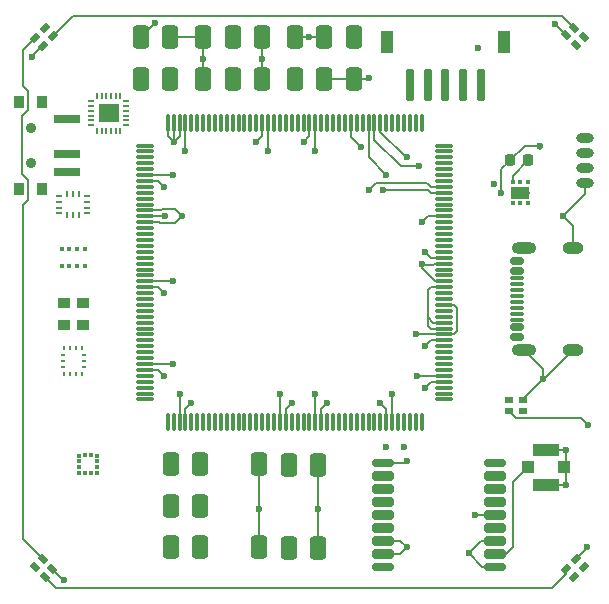
<source format=gbr>
%TF.GenerationSoftware,KiCad,Pcbnew,9.0.1-9.0.1-0~ubuntu24.04.1*%
%TF.CreationDate,2025-06-01T18:05:04-05:00*%
%TF.ProjectId,FC,46432e6b-6963-4616-945f-706362585858,rev?*%
%TF.SameCoordinates,Original*%
%TF.FileFunction,Copper,L1,Top*%
%TF.FilePolarity,Positive*%
%FSLAX46Y46*%
G04 Gerber Fmt 4.6, Leading zero omitted, Abs format (unit mm)*
G04 Created by KiCad (PCBNEW 9.0.1-9.0.1-0~ubuntu24.04.1) date 2025-06-01 18:05:04*
%MOMM*%
%LPD*%
G01*
G04 APERTURE LIST*
G04 Aperture macros list*
%AMRoundRect*
0 Rectangle with rounded corners*
0 $1 Rounding radius*
0 $2 $3 $4 $5 $6 $7 $8 $9 X,Y pos of 4 corners*
0 Add a 4 corners polygon primitive as box body*
4,1,4,$2,$3,$4,$5,$6,$7,$8,$9,$2,$3,0*
0 Add four circle primitives for the rounded corners*
1,1,$1+$1,$2,$3*
1,1,$1+$1,$4,$5*
1,1,$1+$1,$6,$7*
1,1,$1+$1,$8,$9*
0 Add four rect primitives between the rounded corners*
20,1,$1+$1,$2,$3,$4,$5,0*
20,1,$1+$1,$4,$5,$6,$7,0*
20,1,$1+$1,$6,$7,$8,$9,0*
20,1,$1+$1,$8,$9,$2,$3,0*%
%AMRotRect*
0 Rectangle, with rotation*
0 The origin of the aperture is its center*
0 $1 length*
0 $2 width*
0 $3 Rotation angle, in degrees counterclockwise*
0 Add horizontal line*
21,1,$1,$2,0,0,$3*%
G04 Aperture macros list end*
%TA.AperFunction,SMDPad,CuDef*%
%ADD10RotRect,0.762000X0.508000X135.000000*%
%TD*%
%TA.AperFunction,SMDPad,CuDef*%
%ADD11RoundRect,0.093750X0.106250X-0.093750X0.106250X0.093750X-0.106250X0.093750X-0.106250X-0.093750X0*%
%TD*%
%TA.AperFunction,HeatsinkPad*%
%ADD12C,0.500000*%
%TD*%
%TA.AperFunction,HeatsinkPad*%
%ADD13R,1.600000X1.000000*%
%TD*%
%TA.AperFunction,SMDPad,CuDef*%
%ADD14R,2.209800X0.762000*%
%TD*%
%TA.AperFunction,SMDPad,CuDef*%
%ADD15C,0.889000*%
%TD*%
%TA.AperFunction,SMDPad,CuDef*%
%ADD16R,0.812800X0.990600*%
%TD*%
%TA.AperFunction,SMDPad,CuDef*%
%ADD17RoundRect,0.350000X-0.350000X-0.650000X0.350000X-0.650000X0.350000X0.650000X-0.350000X0.650000X0*%
%TD*%
%TA.AperFunction,SMDPad,CuDef*%
%ADD18R,0.350000X0.350000*%
%TD*%
%TA.AperFunction,SMDPad,CuDef*%
%ADD19R,1.050000X1.000000*%
%TD*%
%TA.AperFunction,SMDPad,CuDef*%
%ADD20R,2.200000X1.050000*%
%TD*%
%TA.AperFunction,SMDPad,CuDef*%
%ADD21R,0.475000X0.250000*%
%TD*%
%TA.AperFunction,SMDPad,CuDef*%
%ADD22R,0.250000X0.475000*%
%TD*%
%TA.AperFunction,SMDPad,CuDef*%
%ADD23RoundRect,0.075000X-0.675000X-0.075000X0.675000X-0.075000X0.675000X0.075000X-0.675000X0.075000X0*%
%TD*%
%TA.AperFunction,SMDPad,CuDef*%
%ADD24RoundRect,0.075000X-0.075000X-0.675000X0.075000X-0.675000X0.075000X0.675000X-0.075000X0.675000X0*%
%TD*%
%TA.AperFunction,SMDPad,CuDef*%
%ADD25RoundRect,0.175000X0.175000X1.175000X-0.175000X1.175000X-0.175000X-1.175000X0.175000X-1.175000X0*%
%TD*%
%TA.AperFunction,SMDPad,CuDef*%
%ADD26RoundRect,0.250000X0.300000X0.700000X-0.300000X0.700000X-0.300000X-0.700000X0.300000X-0.700000X0*%
%TD*%
%TA.AperFunction,SMDPad,CuDef*%
%ADD27RotRect,0.762000X0.508000X45.000000*%
%TD*%
%TA.AperFunction,SMDPad,CuDef*%
%ADD28RoundRect,0.350000X0.350000X0.650000X-0.350000X0.650000X-0.350000X-0.650000X0.350000X-0.650000X0*%
%TD*%
%TA.AperFunction,SMDPad,CuDef*%
%ADD29R,0.762000X0.508000*%
%TD*%
%TA.AperFunction,SMDPad,CuDef*%
%ADD30RoundRect,0.225000X-0.225000X-0.250000X0.225000X-0.250000X0.225000X0.250000X-0.225000X0.250000X0*%
%TD*%
%TA.AperFunction,SMDPad,CuDef*%
%ADD31RoundRect,0.175000X-0.725000X-0.175000X0.725000X-0.175000X0.725000X0.175000X-0.725000X0.175000X0*%
%TD*%
%TA.AperFunction,SMDPad,CuDef*%
%ADD32RoundRect,0.200000X-0.700000X-0.200000X0.700000X-0.200000X0.700000X0.200000X-0.700000X0.200000X0*%
%TD*%
%TA.AperFunction,SMDPad,CuDef*%
%ADD33RoundRect,0.150000X0.425000X-0.150000X0.425000X0.150000X-0.425000X0.150000X-0.425000X-0.150000X0*%
%TD*%
%TA.AperFunction,SMDPad,CuDef*%
%ADD34RoundRect,0.075000X0.500000X-0.075000X0.500000X0.075000X-0.500000X0.075000X-0.500000X-0.075000X0*%
%TD*%
%TA.AperFunction,HeatsinkPad*%
%ADD35O,2.100000X1.000000*%
%TD*%
%TA.AperFunction,HeatsinkPad*%
%ADD36O,1.800000X1.000000*%
%TD*%
%TA.AperFunction,SMDPad,CuDef*%
%ADD37R,1.016000X0.838200*%
%TD*%
%TA.AperFunction,SMDPad,CuDef*%
%ADD38RotRect,0.762000X0.508000X315.000000*%
%TD*%
%TA.AperFunction,SMDPad,CuDef*%
%ADD39R,0.558800X0.203200*%
%TD*%
%TA.AperFunction,SMDPad,CuDef*%
%ADD40R,0.203200X0.558800*%
%TD*%
%TA.AperFunction,SMDPad,CuDef*%
%ADD41R,1.752600X1.600200*%
%TD*%
%TA.AperFunction,SMDPad,CuDef*%
%ADD42R,0.254000X0.431800*%
%TD*%
%TA.AperFunction,SMDPad,CuDef*%
%ADD43R,0.431800X0.254000*%
%TD*%
%TA.AperFunction,SMDPad,CuDef*%
%ADD44O,1.500000X0.800000*%
%TD*%
%TA.AperFunction,SMDPad,CuDef*%
%ADD45RotRect,0.762000X0.508000X225.000000*%
%TD*%
%TA.AperFunction,SMDPad,CuDef*%
%ADD46R,0.375000X0.350000*%
%TD*%
%TA.AperFunction,SMDPad,CuDef*%
%ADD47R,0.350000X0.375000*%
%TD*%
%TA.AperFunction,ViaPad*%
%ADD48C,0.600000*%
%TD*%
%TA.AperFunction,Conductor*%
%ADD49C,0.200000*%
%TD*%
G04 APERTURE END LIST*
D10*
%TO.P,U14,4,GND*%
%TO.N,GND*%
X151759517Y-97431269D03*
%TO.P,U14,3,DOUT*%
%TO.N,Net-(U12-DIN)*%
X152431269Y-96759517D03*
%TO.P,U14,2,VDD*%
%TO.N,+5V*%
X153240483Y-97568731D03*
%TO.P,U14,1,DIN*%
%TO.N,Net-(U14-DIN)*%
X152568731Y-98240483D03*
%TD*%
D11*
%TO.P,U1,1,OUT*%
%TO.N,Net-(U1-OUT)*%
X192200000Y-66637500D03*
%TO.P,U1,2,SNS*%
%TO.N,+3.3V*%
X192850000Y-66637500D03*
%TO.P,U1,3,GND*%
%TO.N,GND*%
X193500000Y-66637500D03*
%TO.P,U1,4,EN*%
%TO.N,unconnected-(U1-EN-Pad4)*%
X193500000Y-64862500D03*
%TO.P,U1,5,GND*%
%TO.N,GND*%
X192850000Y-64862500D03*
%TO.P,U1,6,IN*%
%TO.N,Net-(U1-IN)*%
X192200000Y-64862500D03*
D12*
%TO.P,U1,7,PAD*%
%TO.N,GND*%
X192300000Y-65750000D03*
D13*
X192850000Y-65750000D03*
D12*
X193400000Y-65750000D03*
%TD*%
D14*
%TO.P,U17,1,1*%
%TO.N,GND*%
X154500000Y-59499998D03*
%TO.P,U17,2,2*%
%TO.N,Net-(R8-Pad1)*%
X154500000Y-62500000D03*
%TO.P,U17,3,3*%
%TO.N,+3.3V*%
X154500000Y-64000000D03*
D15*
%TO.P,U17,4*%
%TO.N,N/C*%
X151399300Y-60250009D03*
%TO.P,U17,5*%
X151399300Y-63250009D03*
D16*
%TO.P,U17,6*%
X150434300Y-58099999D03*
%TO.P,U17,7*%
X152364300Y-58099999D03*
%TO.P,U17,8*%
X150434300Y-65399999D03*
%TO.P,U17,9*%
X152364300Y-65399999D03*
%TD*%
D17*
%TO.P,J17,1,Pin_1*%
%TO.N,/EXT_UART_MOSI*%
X163250000Y-88750000D03*
%TD*%
%TO.P,J11,1,Pin_1*%
%TO.N,+3.3V*%
X171000000Y-56100000D03*
%TD*%
%TO.P,J19,1,Pin_1*%
%TO.N,GND*%
X163250000Y-92250000D03*
%TD*%
D18*
%TO.P,U5,1,GND*%
%TO.N,GND*%
X155975000Y-71975000D03*
%TO.P,U5,2,CSB*%
X155325000Y-71975000D03*
%TO.P,U5,3,SDI*%
%TO.N,BARO_MOSI*%
X154675000Y-71975000D03*
%TO.P,U5,4,SCK*%
%TO.N,BARO_SCL*%
X154025000Y-71975000D03*
%TO.P,U5,5,SDO*%
%TO.N,BARO_MISO*%
X154025000Y-70525000D03*
%TO.P,U5,6,VDDIO*%
%TO.N,+3.3V*%
X154675000Y-70525000D03*
%TO.P,U5,7,GND__1*%
%TO.N,GND*%
X155325000Y-70525000D03*
%TO.P,U5,8,VDD*%
%TO.N,+3.3V*%
X155975000Y-70525000D03*
%TD*%
D19*
%TO.P,J3,1*%
%TO.N,Net-(U9-RF_IN)*%
X193475000Y-89000000D03*
D20*
%TO.P,J3,S1*%
%TO.N,GND*%
X195000000Y-90475000D03*
D19*
%TO.P,J3,S2*%
X196525000Y-89000000D03*
D20*
%TO.P,J3,S3*%
X195000000Y-87525000D03*
%TD*%
D21*
%TO.P,U4,1,AP_SDO/AP_AD0*%
%TO.N,IMU2_MISO*%
X156162500Y-67500000D03*
%TO.P,U4,2,MAS_DA*%
%TO.N,unconnected-(U4-MAS_DA-Pad2)*%
X156162500Y-67000000D03*
%TO.P,U4,3,MAS_CLK*%
%TO.N,unconnected-(U4-MAS_CLK-Pad3)*%
X156162500Y-66500000D03*
%TO.P,U4,4,INT1/INT*%
%TO.N,IMU2_INT*%
X156162500Y-66000000D03*
D22*
%TO.P,U4,5,VDDIO*%
%TO.N,+3.3V*%
X155500000Y-65837500D03*
%TO.P,U4,6,GND*%
%TO.N,GND*%
X155000000Y-65837500D03*
%TO.P,U4,7,RESV*%
X154500000Y-65837500D03*
D21*
%TO.P,U4,8,VDD*%
%TO.N,+3.3V*%
X153837500Y-66000000D03*
%TO.P,U4,9,INT2/FSYNC/CLKIN*%
%TO.N,FSYNC*%
X153837500Y-66500000D03*
%TO.P,U4,10,RESV/AUX1_CS*%
%TO.N,GND*%
X153837500Y-67000000D03*
%TO.P,U4,11,RESV/AUX1_SDO*%
X153837500Y-67500000D03*
D22*
%TO.P,U4,12,AP_CS*%
X154500000Y-67662500D03*
%TO.P,U4,13,AP_SCL/AP_SCLK*%
%TO.N,IMU2_SCL*%
X155000000Y-67662500D03*
%TO.P,U4,14,AP_SDI*%
%TO.N,IMU2_MOSI*%
X155500000Y-67662500D03*
%TD*%
D17*
%TO.P,J7,1,Pin_1*%
%TO.N,/EXT_VTX_IRC*%
X173750000Y-56100000D03*
%TD*%
D23*
%TO.P,U10,1,PE2*%
%TO.N,IMU2_SCL*%
X161075000Y-61750000D03*
%TO.P,U10,2,PE3*%
%TO.N,IMU2_INT*%
X161075000Y-62250000D03*
%TO.P,U10,3,PE4*%
%TO.N,unconnected-(U10-PE4-Pad3)*%
X161075000Y-62750000D03*
%TO.P,U10,4,PE5*%
%TO.N,IMU2_MISO*%
X161075000Y-63250000D03*
%TO.P,U10,5,PE6*%
%TO.N,IMU2_MOSI*%
X161075000Y-63750000D03*
%TO.P,U10,6,VSS*%
%TO.N,GND*%
X161075000Y-64250000D03*
%TO.P,U10,7,VDD*%
%TO.N,+3.3V*%
X161075000Y-64750000D03*
%TO.P,U10,8,VBAT*%
%TO.N,unconnected-(U10-VBAT-Pad8)*%
X161075000Y-65250000D03*
%TO.P,U10,9,PC13*%
%TO.N,unconnected-(U10-PC13-Pad9)*%
X161075000Y-65750000D03*
%TO.P,U10,10,PC14*%
%TO.N,unconnected-(U10-PC14-Pad10)*%
X161075000Y-66250000D03*
%TO.P,U10,11,PC15*%
%TO.N,unconnected-(U10-PC15-Pad11)*%
X161075000Y-66750000D03*
%TO.P,U10,12,VSS*%
%TO.N,GND*%
X161075000Y-67250000D03*
%TO.P,U10,13,VDD*%
%TO.N,+3.3V*%
X161075000Y-67750000D03*
%TO.P,U10,14,VSSSMPS*%
%TO.N,GND*%
X161075000Y-68250000D03*
%TO.P,U10,15,VLXSMPS*%
%TO.N,Net-(U10-VLXSMPS)*%
X161075000Y-68750000D03*
%TO.P,U10,16,VDDSMPS*%
%TO.N,+3.3V*%
X161075000Y-69250000D03*
%TO.P,U10,17,VFBSMPS*%
%TO.N,Net-(U10-VFBSMPS)*%
X161075000Y-69750000D03*
%TO.P,U10,18,PF0*%
%TO.N,unconnected-(U10-PF0-Pad18)*%
X161075000Y-70250000D03*
%TO.P,U10,19,PF1*%
%TO.N,unconnected-(U10-PF1-Pad19)*%
X161075000Y-70750000D03*
%TO.P,U10,20,PF2*%
%TO.N,unconnected-(U10-PF2-Pad20)*%
X161075000Y-71250000D03*
%TO.P,U10,21,PF3*%
%TO.N,unconnected-(U10-PF3-Pad21)*%
X161075000Y-71750000D03*
%TO.P,U10,22,PF4*%
%TO.N,unconnected-(U10-PF4-Pad22)*%
X161075000Y-72250000D03*
%TO.P,U10,23,PF5*%
%TO.N,unconnected-(U10-PF5-Pad23)*%
X161075000Y-72750000D03*
%TO.P,U10,24,VSS*%
%TO.N,GND*%
X161075000Y-73250000D03*
%TO.P,U10,25,VDD*%
%TO.N,+3.3V*%
X161075000Y-73750000D03*
%TO.P,U10,26,PF6*%
%TO.N,unconnected-(U10-PF6-Pad26)*%
X161075000Y-74250000D03*
%TO.P,U10,27,PF7*%
%TO.N,BARO_SCL*%
X161075000Y-74750000D03*
%TO.P,U10,28,PF8*%
%TO.N,BARO_MISO*%
X161075000Y-75250000D03*
%TO.P,U10,29,PF9*%
%TO.N,BARO_MOSI*%
X161075000Y-75750000D03*
%TO.P,U10,30,PF10*%
%TO.N,unconnected-(U10-PF10-Pad30)*%
X161075000Y-76250000D03*
%TO.P,U10,31,PH0*%
%TO.N,Net-(U10-PH0)*%
X161075000Y-76750000D03*
%TO.P,U10,32,PH1*%
%TO.N,unconnected-(U10-PH1-Pad32)*%
X161075000Y-77250000D03*
%TO.P,U10,33,NRST*%
%TO.N,/NRST*%
X161075000Y-77750000D03*
%TO.P,U10,34,PC0*%
%TO.N,IMU1_INT*%
X161075000Y-78250000D03*
%TO.P,U10,35,PC1*%
%TO.N,IMU1_MOSI*%
X161075000Y-78750000D03*
%TO.P,U10,36,PC2_C*%
%TO.N,IMU1_MISO*%
X161075000Y-79250000D03*
%TO.P,U10,37,PC3_C*%
%TO.N,unconnected-(U10-PC3_C-Pad37)*%
X161075000Y-79750000D03*
%TO.P,U10,38,VSSA*%
%TO.N,GND*%
X161075000Y-80250000D03*
%TO.P,U10,39,VREF+*%
%TO.N,+3.3V*%
X161075000Y-80750000D03*
%TO.P,U10,40,VDDA*%
X161075000Y-81250000D03*
%TO.P,U10,41,PA0*%
%TO.N,/EXT_UART_MOSI*%
X161075000Y-81750000D03*
%TO.P,U10,42,PA1*%
%TO.N,/EXT_UART_MISO*%
X161075000Y-82250000D03*
%TO.P,U10,43,PA2*%
%TO.N,unconnected-(U10-PA2-Pad43)*%
X161075000Y-82750000D03*
%TO.P,U10,44,VDD*%
%TO.N,+3.3V*%
X161075000Y-83250000D03*
D24*
%TO.P,U10,45,VSS*%
%TO.N,GND*%
X163000000Y-85175000D03*
%TO.P,U10,46,PA3*%
%TO.N,unconnected-(U10-PA3-Pad46)*%
X163500000Y-85175000D03*
%TO.P,U10,47,VSS*%
%TO.N,GND*%
X164000000Y-85175000D03*
%TO.P,U10,48,VDD*%
%TO.N,+3.3V*%
X164500000Y-85175000D03*
%TO.P,U10,49,PA4*%
%TO.N,IMU3_INT*%
X165000000Y-85175000D03*
%TO.P,U10,50,PA5*%
%TO.N,MAG_SCL*%
X165500000Y-85175000D03*
%TO.P,U10,51,PA6*%
%TO.N,MAG_MISO*%
X166000000Y-85175000D03*
%TO.P,U10,52,PA7*%
%TO.N,MAG_MOSI*%
X166500000Y-85175000D03*
%TO.P,U10,53,PC4*%
%TO.N,unconnected-(U10-PC4-Pad53)*%
X167000000Y-85175000D03*
%TO.P,U10,54,PC5*%
%TO.N,MAG_INT*%
X167500000Y-85175000D03*
%TO.P,U10,55,PB0*%
%TO.N,unconnected-(U10-PB0-Pad55)*%
X168000000Y-85175000D03*
%TO.P,U10,56,PB1*%
%TO.N,unconnected-(U10-PB1-Pad56)*%
X168500000Y-85175000D03*
%TO.P,U10,57,PB2*%
%TO.N,unconnected-(U10-PB2-Pad57)*%
X169000000Y-85175000D03*
%TO.P,U10,58,PF11*%
%TO.N,unconnected-(U10-PF11-Pad58)*%
X169500000Y-85175000D03*
%TO.P,U10,59,PF12*%
%TO.N,unconnected-(U10-PF12-Pad59)*%
X170000000Y-85175000D03*
%TO.P,U10,60,PF13*%
%TO.N,unconnected-(U10-PF13-Pad60)*%
X170500000Y-85175000D03*
%TO.P,U10,61,PF14*%
%TO.N,/EXT_I2C_SCL*%
X171000000Y-85175000D03*
%TO.P,U10,62,PF15*%
%TO.N,/EXT_I2C_SDA*%
X171500000Y-85175000D03*
%TO.P,U10,63,PG0*%
%TO.N,unconnected-(U10-PG0-Pad63)*%
X172000000Y-85175000D03*
%TO.P,U10,64,VSS*%
%TO.N,GND*%
X172500000Y-85175000D03*
%TO.P,U10,65,VDD*%
%TO.N,+3.3V*%
X173000000Y-85175000D03*
%TO.P,U10,66,PG1*%
%TO.N,unconnected-(U10-PG1-Pad66)*%
X173500000Y-85175000D03*
%TO.P,U10,67,PE7*%
%TO.N,unconnected-(U10-PE7-Pad67)*%
X174000000Y-85175000D03*
%TO.P,U10,68,PE8*%
%TO.N,unconnected-(U10-PE8-Pad68)*%
X174500000Y-85175000D03*
%TO.P,U10,69,PE9*%
%TO.N,/EXT_PWM_S3*%
X175000000Y-85175000D03*
%TO.P,U10,70,VSS*%
%TO.N,GND*%
X175500000Y-85175000D03*
%TO.P,U10,71,VDD*%
%TO.N,+3.3V*%
X176000000Y-85175000D03*
%TO.P,U10,72,PE10*%
%TO.N,unconnected-(U10-PE10-Pad72)*%
X176500000Y-85175000D03*
%TO.P,U10,73,PE11*%
%TO.N,/EXT_PWM_S4*%
X177000000Y-85175000D03*
%TO.P,U10,74,PE12*%
%TO.N,unconnected-(U10-PE12-Pad74)*%
X177500000Y-85175000D03*
%TO.P,U10,75,PE13*%
%TO.N,/EXT_PWM_S1*%
X178000000Y-85175000D03*
%TO.P,U10,76,PE14*%
%TO.N,/LEDB_PWM*%
X178500000Y-85175000D03*
%TO.P,U10,77,PE15*%
%TO.N,unconnected-(U10-PE15-Pad77)*%
X179000000Y-85175000D03*
%TO.P,U10,78,PB10*%
%TO.N,IMU1_SCL*%
X179500000Y-85175000D03*
%TO.P,U10,79,PB11*%
%TO.N,unconnected-(U10-PB11-Pad79)*%
X180000000Y-85175000D03*
%TO.P,U10,80,VCAP*%
%TO.N,Net-(C40-Pad2)*%
X180500000Y-85175000D03*
%TO.P,U10,81,VSS*%
%TO.N,GND*%
X181000000Y-85175000D03*
%TO.P,U10,82,VDDLDO*%
%TO.N,+3.3V*%
X181500000Y-85175000D03*
%TO.P,U10,83,VSS*%
%TO.N,GND*%
X182000000Y-85175000D03*
%TO.P,U10,84,VDD*%
%TO.N,+3.3V*%
X182500000Y-85175000D03*
%TO.P,U10,85,PB12*%
%TO.N,GPS_UART_MISO*%
X183000000Y-85175000D03*
%TO.P,U10,86,PB13*%
%TO.N,GPS_UART_MOSI*%
X183500000Y-85175000D03*
%TO.P,U10,87,PB14*%
%TO.N,unconnected-(U10-PB14-Pad87)*%
X184000000Y-85175000D03*
%TO.P,U10,88,PB15*%
%TO.N,unconnected-(U10-PB15-Pad88)*%
X184500000Y-85175000D03*
D23*
%TO.P,U10,89,PD8*%
%TO.N,unconnected-(U10-PD8-Pad89)*%
X186425000Y-83250000D03*
%TO.P,U10,90,PD9*%
%TO.N,unconnected-(U10-PD9-Pad90)*%
X186425000Y-82750000D03*
%TO.P,U10,91,PD10*%
%TO.N,unconnected-(U10-PD10-Pad91)*%
X186425000Y-82250000D03*
%TO.P,U10,92,VDD*%
%TO.N,+3.3V*%
X186425000Y-81750000D03*
%TO.P,U10,93,VSS*%
%TO.N,GND*%
X186425000Y-81250000D03*
%TO.P,U10,94,PD11*%
%TO.N,unconnected-(U10-PD11-Pad94)*%
X186425000Y-80750000D03*
%TO.P,U10,95,PD12*%
%TO.N,/LEDC_PWM*%
X186425000Y-80250000D03*
%TO.P,U10,96,PD13*%
%TO.N,unconnected-(U10-PD13-Pad96)*%
X186425000Y-79750000D03*
%TO.P,U10,97,PD14*%
%TO.N,unconnected-(U10-PD14-Pad97)*%
X186425000Y-79250000D03*
%TO.P,U10,98,PD15*%
%TO.N,unconnected-(U10-PD15-Pad98)*%
X186425000Y-78750000D03*
%TO.P,U10,99,VDD*%
%TO.N,+3.3V*%
X186425000Y-78250000D03*
%TO.P,U10,100,VSS*%
%TO.N,GND*%
X186425000Y-77750000D03*
%TO.P,U10,101,VCAPDSI*%
%TO.N,Net-(U10-VCAPDSI)*%
X186425000Y-77250000D03*
%TO.P,U10,102,VDD12DSI*%
X186425000Y-76750000D03*
%TO.P,U10,103,DSI_D0P*%
%TO.N,unconnected-(U10-DSI_D0P-Pad103)*%
X186425000Y-76250000D03*
%TO.P,U10,104,DSI_D0N*%
%TO.N,unconnected-(U10-DSI_D0N-Pad104)*%
X186425000Y-75750000D03*
%TO.P,U10,105,VSSDSI*%
%TO.N,GND*%
X186425000Y-75250000D03*
%TO.P,U10,106,DSI_CKP*%
%TO.N,unconnected-(U10-DSI_CKP-Pad106)*%
X186425000Y-74750000D03*
%TO.P,U10,107,DSI_CKN*%
%TO.N,unconnected-(U10-DSI_CKN-Pad107)*%
X186425000Y-74250000D03*
%TO.P,U10,108,VDD12DSI*%
%TO.N,Net-(U10-VCAPDSI)*%
X186425000Y-73750000D03*
%TO.P,U10,109,VSSDSI*%
%TO.N,GND*%
X186425000Y-73250000D03*
%TO.P,U10,110,PG2*%
%TO.N,unconnected-(U10-PG2-Pad110)*%
X186425000Y-72750000D03*
%TO.P,U10,111,PG3*%
%TO.N,unconnected-(U10-PG3-Pad111)*%
X186425000Y-72250000D03*
%TO.P,U10,112,VSS*%
%TO.N,GND*%
X186425000Y-71750000D03*
%TO.P,U10,113,VDD*%
%TO.N,+3.3V*%
X186425000Y-71250000D03*
%TO.P,U10,114,PG4*%
%TO.N,unconnected-(U10-PG4-Pad114)*%
X186425000Y-70750000D03*
%TO.P,U10,115,PG5*%
%TO.N,unconnected-(U10-PG5-Pad115)*%
X186425000Y-70250000D03*
%TO.P,U10,116,PG6*%
%TO.N,unconnected-(U10-PG6-Pad116)*%
X186425000Y-69750000D03*
%TO.P,U10,117,PG7*%
%TO.N,unconnected-(U10-PG7-Pad117)*%
X186425000Y-69250000D03*
%TO.P,U10,118,PG8*%
%TO.N,/ESC_USART_DE*%
X186425000Y-68750000D03*
%TO.P,U10,119,VSS*%
%TO.N,GND*%
X186425000Y-68250000D03*
%TO.P,U10,120,VDD50_USB*%
%TO.N,+5V*%
X186425000Y-67750000D03*
%TO.P,U10,121,VDD33_USB*%
%TO.N,+3.3V*%
X186425000Y-67250000D03*
%TO.P,U10,122,PC6*%
%TO.N,/ESC_USART_MOSI*%
X186425000Y-66750000D03*
%TO.P,U10,123,PC7*%
%TO.N,/ESC_USART_MISO*%
X186425000Y-66250000D03*
%TO.P,U10,124,PC8*%
%TO.N,/SD_DAT0*%
X186425000Y-65750000D03*
%TO.P,U10,125,PC9*%
%TO.N,/SD_DAT1*%
X186425000Y-65250000D03*
%TO.P,U10,126,VDD*%
%TO.N,+3.3V*%
X186425000Y-64750000D03*
%TO.P,U10,127,PA8*%
%TO.N,unconnected-(U10-PA8-Pad127)*%
X186425000Y-64250000D03*
%TO.P,U10,128,PA9*%
%TO.N,/EXT_VTX_IRC*%
X186425000Y-63750000D03*
%TO.P,U10,129,PA10*%
%TO.N,unconnected-(U10-PA10-Pad129)*%
X186425000Y-63250000D03*
%TO.P,U10,130,PA11*%
%TO.N,/USB_DM*%
X186425000Y-62750000D03*
%TO.P,U10,131,PA12*%
%TO.N,/USB_DP*%
X186425000Y-62250000D03*
%TO.P,U10,132,PA13*%
%TO.N,/SDWIO*%
X186425000Y-61750000D03*
D24*
%TO.P,U10,133,VCAP*%
%TO.N,Net-(C41-Pad2)*%
X184500000Y-59825000D03*
%TO.P,U10,134,VSS*%
%TO.N,GND*%
X184000000Y-59825000D03*
%TO.P,U10,135,VDDLDO*%
%TO.N,+3.3V*%
X183500000Y-59825000D03*
%TO.P,U10,136,VDD*%
X183000000Y-59825000D03*
%TO.P,U10,137,VSS*%
%TO.N,GND*%
X182500000Y-59825000D03*
%TO.P,U10,138,PA14*%
%TO.N,/SWCLK*%
X182000000Y-59825000D03*
%TO.P,U10,139,PA15*%
%TO.N,unconnected-(U10-PA15-Pad139)*%
X181500000Y-59825000D03*
%TO.P,U10,140,PC10*%
%TO.N,/SD_DAT2*%
X181000000Y-59825000D03*
%TO.P,U10,141,PC11*%
%TO.N,/SD_DAT3*%
X180500000Y-59825000D03*
%TO.P,U10,142,PC12*%
%TO.N,/SD_CLK*%
X180000000Y-59825000D03*
%TO.P,U10,143,PD0*%
%TO.N,unconnected-(U10-PD0-Pad143)*%
X179500000Y-59825000D03*
%TO.P,U10,144,PD1*%
%TO.N,unconnected-(U10-PD1-Pad144)*%
X179000000Y-59825000D03*
%TO.P,U10,145,PD2*%
%TO.N,/SD_CMD*%
X178500000Y-59825000D03*
%TO.P,U10,146,PD3*%
%TO.N,unconnected-(U10-PD3-Pad146)*%
X178000000Y-59825000D03*
%TO.P,U10,147,PD4*%
%TO.N,unconnected-(U10-PD4-Pad147)*%
X177500000Y-59825000D03*
%TO.P,U10,148,PD5*%
%TO.N,unconnected-(U10-PD5-Pad148)*%
X177000000Y-59825000D03*
%TO.P,U10,149,PD6*%
%TO.N,unconnected-(U10-PD6-Pad149)*%
X176500000Y-59825000D03*
%TO.P,U10,150,PD7*%
%TO.N,unconnected-(U10-PD7-Pad150)*%
X176000000Y-59825000D03*
%TO.P,U10,151,VSS*%
%TO.N,GND*%
X175500000Y-59825000D03*
%TO.P,U10,152,VDD*%
%TO.N,+3.3V*%
X175000000Y-59825000D03*
%TO.P,U10,153,PG9*%
%TO.N,unconnected-(U10-PG9-Pad153)*%
X174500000Y-59825000D03*
%TO.P,U10,154,PG10*%
%TO.N,unconnected-(U10-PG10-Pad154)*%
X174000000Y-59825000D03*
%TO.P,U10,155,PG11*%
%TO.N,unconnected-(U10-PG11-Pad155)*%
X173500000Y-59825000D03*
%TO.P,U10,156,PG12*%
%TO.N,IMU3_MISO*%
X173000000Y-59825000D03*
%TO.P,U10,157,PG13*%
%TO.N,IMU3_SCL*%
X172500000Y-59825000D03*
%TO.P,U10,158,PG14*%
%TO.N,IMU3_MOSI*%
X172000000Y-59825000D03*
%TO.P,U10,159,VSS*%
%TO.N,GND*%
X171500000Y-59825000D03*
%TO.P,U10,160,VDD*%
%TO.N,+3.3V*%
X171000000Y-59825000D03*
%TO.P,U10,161,PG15*%
%TO.N,unconnected-(U10-PG15-Pad161)*%
X170500000Y-59825000D03*
%TO.P,U10,162,PB3*%
%TO.N,/SWO*%
X170000000Y-59825000D03*
%TO.P,U10,163,PB4*%
%TO.N,unconnected-(U10-PB4-Pad163)*%
X169500000Y-59825000D03*
%TO.P,U10,164,PB5*%
%TO.N,/EXT_PWM_BZ*%
X169000000Y-59825000D03*
%TO.P,U10,165,PB6*%
%TO.N,/EXT_PWM_S2*%
X168500000Y-59825000D03*
%TO.P,U10,166,PB7*%
%TO.N,unconnected-(U10-PB7-Pad166)*%
X168000000Y-59825000D03*
%TO.P,U10,167,BOOT0*%
%TO.N,Net-(U10-BOOT0)*%
X167500000Y-59825000D03*
%TO.P,U10,168,PB8*%
%TO.N,unconnected-(U10-PB8-Pad168)*%
X167000000Y-59825000D03*
%TO.P,U10,169,PB9*%
%TO.N,unconnected-(U10-PB9-Pad169)*%
X166500000Y-59825000D03*
%TO.P,U10,170,PE0*%
%TO.N,/ELRS_UART_RX*%
X166000000Y-59825000D03*
%TO.P,U10,171,PE1*%
%TO.N,/ELRS_UART_TX*%
X165500000Y-59825000D03*
%TO.P,U10,172,VCAP*%
%TO.N,Net-(C42-Pad2)*%
X165000000Y-59825000D03*
%TO.P,U10,173,VSS*%
%TO.N,GND*%
X164500000Y-59825000D03*
%TO.P,U10,174,PDR_ON*%
%TO.N,+3.3V*%
X164000000Y-59825000D03*
%TO.P,U10,175,VDDLDO*%
X163500000Y-59825000D03*
%TO.P,U10,176,VDD*%
X163000000Y-59825000D03*
%TD*%
D17*
%TO.P,J32,1,Pin_1*%
%TO.N,/ELRS_UART_RX*%
X160700000Y-56100000D03*
%TD*%
D25*
%TO.P,J4,1,Pin_1*%
%TO.N,/ESC_USART_DE*%
X189500000Y-56650000D03*
%TO.P,J4,2,Pin_2*%
%TO.N,/ESC_USART_MOSI*%
X188000000Y-56650000D03*
%TO.P,J4,3,Pin_3*%
%TO.N,/ESC_USART_MISO*%
X186500000Y-56650000D03*
%TO.P,J4,4,Pin_4*%
%TO.N,/ESC_5V*%
X185000000Y-56650000D03*
%TO.P,J4,5,Pin_5*%
%TO.N,GND*%
X183500000Y-56650000D03*
D26*
%TO.P,J4,MP*%
%TO.N,N/C*%
X191450000Y-52950000D03*
X181550000Y-52950000D03*
%TD*%
D17*
%TO.P,J6,1,Pin_1*%
%TO.N,+5V*%
X176250000Y-56100000D03*
%TD*%
D27*
%TO.P,U12,1,DIN*%
%TO.N,Net-(U12-DIN)*%
X151769034Y-52637462D03*
%TO.P,U12,2,VDD*%
%TO.N,+5V*%
X152440786Y-53309214D03*
%TO.P,U12,3,DOUT*%
%TO.N,Net-(U12-DOUT)*%
X153250000Y-52500000D03*
%TO.P,U12,4,GND*%
%TO.N,GND*%
X152578248Y-51828248D03*
%TD*%
D17*
%TO.P,J12,1,Pin_1*%
%TO.N,/EXT_PWM_S1*%
X168500000Y-56100000D03*
%TD*%
%TO.P,J27,1,Pin_1*%
%TO.N,/EXT_PWM_S4*%
X173250000Y-95800000D03*
%TD*%
D28*
%TO.P,J30,1,Pin_1*%
%TO.N,GND*%
X163200000Y-52600000D03*
%TD*%
D17*
%TO.P,J22,1,Pin_1*%
%TO.N,/EXT_I2C_SDA*%
X165750000Y-95750000D03*
%TD*%
D29*
%TO.P,U16,1,DIN*%
%TO.N,Net-(U16-DIN)*%
X191927799Y-83275000D03*
%TO.P,U16,2,VDD*%
%TO.N,+5V*%
X191927799Y-84225000D03*
%TO.P,U16,3,DOUT*%
%TO.N,unconnected-(U16-DOUT-Pad3)*%
X193072201Y-84225000D03*
%TO.P,U16,4,GND*%
%TO.N,GND*%
X193072201Y-83275000D03*
%TD*%
D17*
%TO.P,J14,1,Pin_1*%
%TO.N,+3.3V*%
X171000000Y-52600000D03*
%TD*%
D30*
%TO.P,C30,1*%
%TO.N,+5V*%
X191975000Y-63000000D03*
%TO.P,C30,2*%
%TO.N,Net-(U1-IN)*%
X193525000Y-63000000D03*
%TD*%
D17*
%TO.P,J16,1,Pin_1*%
%TO.N,GND*%
X166000000Y-52600000D03*
%TD*%
D31*
%TO.P,U9,1,GND*%
%TO.N,GND*%
X181250000Y-88600000D03*
D32*
%TO.P,U9,2,TXD*%
%TO.N,GPS_UART_MISO*%
X181250000Y-89700000D03*
%TO.P,U9,3,RXD*%
%TO.N,GPS_UART_MOSI*%
X181250000Y-90800000D03*
%TO.P,U9,4,TIMEPULSE*%
%TO.N,unconnected-(U9-TIMEPULSE-Pad4)*%
X181250000Y-91900000D03*
%TO.P,U9,5,EXTINT*%
%TO.N,unconnected-(U9-EXTINT-Pad5)*%
X181250000Y-93000000D03*
%TO.P,U9,6,V_BCKP*%
%TO.N,unconnected-(U9-V_BCKP-Pad6)*%
X181250000Y-94100000D03*
%TO.P,U9,7,VCC_IO*%
%TO.N,+3.3V*%
X181250000Y-95200000D03*
%TO.P,U9,8,VCC*%
X181250000Y-96300000D03*
D31*
%TO.P,U9,9,~{RESET}*%
%TO.N,Net-(U9-~{RESET})*%
X181250000Y-97400000D03*
%TO.P,U9,10,GND*%
%TO.N,GND*%
X190750000Y-97400000D03*
D32*
%TO.P,U9,11,RF_IN*%
%TO.N,Net-(U9-RF_IN)*%
X190750000Y-96300000D03*
%TO.P,U9,12,GND*%
%TO.N,GND*%
X190750000Y-95200000D03*
%TO.P,U9,13,LNA_EN*%
%TO.N,unconnected-(U9-LNA_EN-Pad13)*%
X190750000Y-94100000D03*
%TO.P,U9,14,VCC_RF*%
%TO.N,+3.3V*%
X190750000Y-93000000D03*
%TO.P,U9,15,VIO_SEL*%
%TO.N,unconnected-(U9-VIO_SEL-Pad15)*%
X190750000Y-91900000D03*
%TO.P,U9,16,SDA*%
%TO.N,unconnected-(U9-SDA-Pad16)*%
X190750000Y-90800000D03*
%TO.P,U9,17,SCL*%
%TO.N,unconnected-(U9-SCL-Pad17)*%
X190750000Y-89700000D03*
D31*
%TO.P,U9,18,~{SAFEBOOT}*%
%TO.N,Net-(U9-~{SAFEBOOT})*%
X190750000Y-88600000D03*
%TD*%
D17*
%TO.P,J5,1,Pin_1*%
%TO.N,+5V*%
X178750000Y-56100000D03*
%TD*%
D33*
%TO.P,J1,A1,GND*%
%TO.N,GND*%
X192570000Y-77950000D03*
%TO.P,J1,A4,VBUS*%
%TO.N,Net-(J1-VBUS-PadA4)*%
X192570000Y-77150000D03*
D34*
%TO.P,J1,A5,CC1*%
%TO.N,Net-(J1-CC1)*%
X192570000Y-76000000D03*
%TO.P,J1,A6,DP1*%
%TO.N,Net-(J1-DP1)*%
X192570000Y-75000000D03*
%TO.P,J1,A7,DN1*%
%TO.N,Net-(J1-DN1)*%
X192570000Y-74500000D03*
%TO.P,J1,A8,SBU1*%
%TO.N,unconnected-(J1-SBU1-PadA8)*%
X192570000Y-73500000D03*
D33*
%TO.P,J1,A9,VBUS*%
%TO.N,Net-(J1-VBUS-PadA4)*%
X192570000Y-72350000D03*
%TO.P,J1,A12,GND*%
%TO.N,GND*%
X192570000Y-71550000D03*
D34*
%TO.P,J1,B5,CC2*%
%TO.N,Net-(J1-CC2)*%
X192570000Y-73000000D03*
%TO.P,J1,B6,DP2*%
%TO.N,Net-(J1-DP1)*%
X192570000Y-74000000D03*
%TO.P,J1,B7,DN2*%
%TO.N,Net-(J1-DN1)*%
X192570000Y-75500000D03*
%TO.P,J1,B8,SBU2*%
%TO.N,unconnected-(J1-SBU2-PadB8)*%
X192570000Y-76500000D03*
D35*
%TO.P,J1,S1,GND*%
%TO.N,GND*%
X193145000Y-79070000D03*
D36*
X197325000Y-79070000D03*
D35*
X193145000Y-70430000D03*
D36*
X197325000Y-70430000D03*
%TD*%
D37*
%TO.P,U11,1,EN*%
%TO.N,+3.3V*%
X154179801Y-75075001D03*
%TO.P,U11,2,GND*%
%TO.N,GND*%
X154179801Y-76924999D03*
%TO.P,U11,3,OUT*%
%TO.N,Net-(U10-PH0)*%
X155820199Y-76924999D03*
%TO.P,U11,4,VDD*%
%TO.N,+3.3V*%
X155820199Y-75075001D03*
%TD*%
D17*
%TO.P,J15,1,Pin_1*%
%TO.N,/EXT_PWM_S2*%
X168500000Y-52600000D03*
%TD*%
%TO.P,J9,1,Pin_1*%
%TO.N,GND*%
X176250000Y-52600000D03*
%TD*%
%TO.P,J10,1,Pin_1*%
%TO.N,GND*%
X173750000Y-52600000D03*
%TD*%
D38*
%TO.P,U13,1,DIN*%
%TO.N,Net-(U12-DOUT)*%
X197421752Y-51759517D03*
%TO.P,U13,2,VDD*%
%TO.N,+5V*%
X196750000Y-52431269D03*
%TO.P,U13,3,DOUT*%
%TO.N,unconnected-(U13-DOUT-Pad3)*%
X197559214Y-53240483D03*
%TO.P,U13,4,GND*%
%TO.N,GND*%
X198230966Y-52568731D03*
%TD*%
D17*
%TO.P,J33,1,Pin_1*%
%TO.N,/ELRS_UART_TX*%
X163200000Y-56100000D03*
%TD*%
%TO.P,J18,1,Pin_1*%
%TO.N,/EXT_UART_MISO*%
X165750000Y-88750000D03*
%TD*%
%TO.P,J28,1,Pin_1*%
%TO.N,GND*%
X175750000Y-95800000D03*
%TD*%
%TO.P,J25,1,Pin_1*%
%TO.N,GND*%
X175750000Y-88800000D03*
%TD*%
D28*
%TO.P,J31,1,Pin_1*%
%TO.N,+5V*%
X160700000Y-52600000D03*
%TD*%
D17*
%TO.P,J23,1,Pin_1*%
%TO.N,+3.3V*%
X170750000Y-88750000D03*
%TD*%
%TO.P,J8,1,Pin_1*%
%TO.N,/EXT_PWM_BZ*%
X178750000Y-52600000D03*
%TD*%
%TO.P,J21,1,Pin_1*%
%TO.N,+3.3V*%
X163250000Y-95750000D03*
%TD*%
%TO.P,J24,1,Pin_1*%
%TO.N,/EXT_PWM_S3*%
X173250000Y-88800000D03*
%TD*%
%TO.P,J26,1,Pin_1*%
%TO.N,+3.3V*%
X170750000Y-95750000D03*
%TD*%
%TO.P,J20,1,Pin_1*%
%TO.N,/EXT_I2C_SCL*%
X165750000Y-92250000D03*
%TD*%
D39*
%TO.P,U2,1,NC*%
%TO.N,unconnected-(U2-NC-Pad1)*%
X156526800Y-58009999D03*
%TO.P,U2,2,NC*%
%TO.N,unconnected-(U2-NC-Pad2)*%
X156526800Y-58410001D03*
%TO.P,U2,3,NC*%
%TO.N,unconnected-(U2-NC-Pad3)*%
X156526800Y-58810000D03*
%TO.P,U2,4,NC*%
%TO.N,unconnected-(U2-NC-Pad4)*%
X156526800Y-59210000D03*
%TO.P,U2,5,NC*%
%TO.N,unconnected-(U2-NC-Pad5)*%
X156526800Y-59609999D03*
%TO.P,U2,6,NC*%
%TO.N,unconnected-(U2-NC-Pad6)*%
X156526800Y-60010001D03*
D40*
%TO.P,U2,7,AUX_CL*%
%TO.N,unconnected-(U2-AUX_CL-Pad7)*%
X156999999Y-60483200D03*
%TO.P,U2,8,VDDIO*%
%TO.N,+3.3V*%
X157400001Y-60483200D03*
%TO.P,U2,9,SDA/AD0*%
%TO.N,IMU3_MISO*%
X157800000Y-60483200D03*
%TO.P,U2,10,REGOUT*%
%TO.N,Net-(U2-REGOUT)*%
X158200000Y-60483200D03*
%TO.P,U2,11,FSYNC*%
%TO.N,FSYNC*%
X158599999Y-60483200D03*
%TO.P,U2,12,INT1*%
%TO.N,IMU3_INT*%
X159000001Y-60483200D03*
D39*
%TO.P,U2,13,VDD*%
%TO.N,+3.3V*%
X159473200Y-60010001D03*
%TO.P,U2,14,NC*%
%TO.N,unconnected-(U2-NC-Pad14)*%
X159473200Y-59609999D03*
%TO.P,U2,15,NC*%
%TO.N,unconnected-(U2-NC-Pad15)*%
X159473200Y-59210000D03*
%TO.P,U2,16,NC*%
%TO.N,unconnected-(U2-NC-Pad16)*%
X159473200Y-58810000D03*
%TO.P,U2,17,NC*%
%TO.N,unconnected-(U2-NC-Pad17)*%
X159473200Y-58410001D03*
%TO.P,U2,18,GND*%
%TO.N,GND*%
X159473200Y-58009999D03*
D40*
%TO.P,U2,19,INT2*%
%TO.N,unconnected-(U2-INT2-Pad19)*%
X159000001Y-57536800D03*
%TO.P,U2,20,RESV*%
%TO.N,GND*%
X158599999Y-57536800D03*
%TO.P,U2,21,AUX_DA*%
%TO.N,unconnected-(U2-AUX_DA-Pad21)*%
X158200000Y-57536800D03*
%TO.P,U2,22,nCS*%
%TO.N,GND*%
X157800000Y-57536800D03*
%TO.P,U2,23,SCL/SCLK*%
%TO.N,IMU3_SCL*%
X157400001Y-57536800D03*
%TO.P,U2,24,SDA/SDI*%
%TO.N,IMU3_MOSI*%
X156999999Y-57536800D03*
D41*
%TO.P,U2,25*%
%TO.N,N/C*%
X158000000Y-59010000D03*
%TD*%
D42*
%TO.P,U3,1,AP_SDO/AP_AD0*%
%TO.N,IMU1_MISO*%
X154249999Y-81130300D03*
%TO.P,U3,2,RESV*%
%TO.N,unconnected-(U3-RESV-Pad2)*%
X154750000Y-81130300D03*
%TO.P,U3,3,RESV*%
%TO.N,unconnected-(U3-RESV-Pad3)*%
X155250000Y-81130300D03*
%TO.P,U3,4,INT1/INT*%
%TO.N,IMU1_INT*%
X155750001Y-81130300D03*
D43*
%TO.P,U3,5,VDDIO*%
%TO.N,+3.3V*%
X155889000Y-80499999D03*
%TO.P,U3,6,GND*%
%TO.N,GND*%
X155889000Y-80000000D03*
%TO.P,U3,7,RESV*%
%TO.N,unconnected-(U3-RESV-Pad7)*%
X155889000Y-79500001D03*
D42*
%TO.P,U3,8,VDD*%
%TO.N,+3.3V*%
X155750001Y-78869700D03*
%TO.P,U3,9,INT2/FSYNC/CLKIN*%
%TO.N,FSYNC*%
X155250000Y-78869700D03*
%TO.P,U3,10,RESV*%
%TO.N,unconnected-(U3-RESV-Pad10)*%
X154750000Y-78869700D03*
%TO.P,U3,11,RESV*%
%TO.N,unconnected-(U3-RESV-Pad11)*%
X154249999Y-78869700D03*
D43*
%TO.P,U3,12,AP_CS*%
%TO.N,GND*%
X154111000Y-79500001D03*
%TO.P,U3,13,AP_SCL/AP_SCLK*%
%TO.N,IMU1_SCL*%
X154111000Y-80000000D03*
%TO.P,U3,14,AP_SDI*%
%TO.N,IMU1_MOSI*%
X154111000Y-80499999D03*
%TD*%
D44*
%TO.P,J34,1,Pin_1*%
%TO.N,/SDWIO*%
X198368500Y-61095000D03*
%TO.P,J34,2,Pin_2*%
%TO.N,/SWCLK*%
X198368500Y-62365000D03*
%TO.P,J34,3,Pin_3*%
%TO.N,/SWO*%
X198368500Y-63635000D03*
%TO.P,J34,4,Pin_4*%
%TO.N,GND*%
X198368500Y-64905000D03*
%TD*%
D45*
%TO.P,U15,1,DIN*%
%TO.N,Net-(U15-DIN)*%
X198240483Y-97431269D03*
%TO.P,U15,2,VDD*%
%TO.N,+5V*%
X197568731Y-96759517D03*
%TO.P,U15,3,DOUT*%
%TO.N,Net-(U14-DIN)*%
X196759517Y-97568731D03*
%TO.P,U15,4,GND*%
%TO.N,GND*%
X197431269Y-98240483D03*
%TD*%
D17*
%TO.P,J13,1,Pin_1*%
%TO.N,GND*%
X166000000Y-56100000D03*
%TD*%
D46*
%TO.P,U6,1,SCL/SPC*%
%TO.N,MAG_SCL*%
X155487500Y-88000000D03*
%TO.P,U6,2,RSVD1*%
%TO.N,GND*%
X155487500Y-88500000D03*
%TO.P,U6,3,GND*%
X155487500Y-89000000D03*
%TO.P,U6,4,C1*%
%TO.N,Net-(U6-C1)*%
X155487500Y-89500000D03*
D47*
%TO.P,U6,5,VDD*%
%TO.N,+3.3V*%
X156000000Y-89512500D03*
%TO.P,U6,6,VDD_IO*%
X156500000Y-89512500D03*
D46*
%TO.P,U6,7,INT*%
%TO.N,MAG_INT*%
X157012500Y-89500000D03*
%TO.P,U6,8,DRDY*%
%TO.N,unconnected-(U6-DRDY-Pad8)*%
X157012500Y-89000000D03*
%TO.P,U6,9,SDO/SA1*%
%TO.N,MAG_MISO*%
X157012500Y-88500000D03*
%TO.P,U6,10,CS*%
%TO.N,GND*%
X157012500Y-88000000D03*
D47*
%TO.P,U6,11,SDA/SDI/SDO*%
%TO.N,MAG_MOSI*%
X156500000Y-87987500D03*
%TO.P,U6,12,RSVD2*%
%TO.N,GND*%
X156000000Y-87987500D03*
%TD*%
D48*
%TO.N,+3.3V*%
X183025000Y-87250000D03*
%TO.N,GND*%
X181475000Y-87250000D03*
X164250000Y-67750000D03*
%TO.N,+3.3V*%
X162750000Y-67750000D03*
X174500000Y-61425000D03*
%TO.N,GND*%
X175500000Y-62175000D03*
%TO.N,+3.3V*%
X170500000Y-61425000D03*
%TO.N,GND*%
X171500000Y-62175000D03*
%TO.N,+3.3V*%
X163500000Y-61425000D03*
%TO.N,GND*%
X164500000Y-62175000D03*
%TO.N,+3.3V*%
X162675000Y-65250000D03*
%TO.N,GND*%
X163425000Y-64250000D03*
%TO.N,+3.3V*%
X162675000Y-74250000D03*
%TO.N,GND*%
X163425000Y-73250000D03*
%TO.N,+3.3V*%
X162675000Y-81250000D03*
%TO.N,GND*%
X163425000Y-80250000D03*
%TO.N,+3.3V*%
X165000000Y-83575000D03*
%TO.N,GND*%
X164000000Y-82825000D03*
%TO.N,+3.3V*%
X173500000Y-83575000D03*
%TO.N,GND*%
X172500000Y-82825000D03*
X175500000Y-82825000D03*
%TO.N,+3.3V*%
X176500000Y-83575000D03*
X181000000Y-83575000D03*
%TO.N,GND*%
X182000000Y-82825000D03*
%TO.N,+3.3V*%
X184825000Y-82250000D03*
%TO.N,GND*%
X184075000Y-81250000D03*
%TO.N,+3.3V*%
X184750000Y-78750000D03*
%TO.N,GND*%
X184000000Y-77750000D03*
%TO.N,+3.3V*%
X184750000Y-70750000D03*
%TO.N,GND*%
X184500000Y-71750000D03*
X189250000Y-53500000D03*
X190650000Y-65000000D03*
%TO.N,/SD_CMD*%
X179400000Y-61900000D03*
%TO.N,/SD_DAT3*%
X184250000Y-63500000D03*
%TO.N,/SD_CLK*%
X181500000Y-64250000D03*
%TO.N,/SD_DAT2*%
X183250000Y-62750000D03*
%TO.N,/SD_DAT1*%
X180000000Y-65500000D03*
%TO.N,/SD_DAT0*%
X181250000Y-65500000D03*
%TO.N,+5V*%
X184500000Y-68250000D03*
X191250000Y-65750000D03*
%TO.N,GND*%
X196500000Y-67750000D03*
X194750000Y-81500000D03*
X196750000Y-90500000D03*
X196750000Y-87500000D03*
%TO.N,+5V*%
X180000000Y-56000000D03*
X161945650Y-51350000D03*
%TO.N,+3.3V*%
X171000000Y-54400000D03*
%TO.N,GND*%
X175000000Y-52600000D03*
X166000000Y-54400000D03*
X175750000Y-92500000D03*
%TO.N,+3.3V*%
X170750000Y-92500000D03*
%TO.N,GND*%
X188500000Y-96250000D03*
X183250000Y-88500000D03*
%TO.N,+3.3V*%
X183250000Y-95750000D03*
X189000000Y-93000000D03*
%TO.N,+5V*%
X195750000Y-51500000D03*
X151500000Y-54250000D03*
X154250000Y-98500000D03*
X198500000Y-95750000D03*
X198625000Y-85375000D03*
X194500000Y-61750000D03*
%TD*%
D49*
%TO.N,Net-(U10-VCAPDSI)*%
X185000000Y-77000000D02*
X185000000Y-75500000D01*
X185500000Y-76750000D02*
X185000000Y-76250000D01*
X185000000Y-76250000D02*
X185000000Y-75500000D01*
X186425000Y-77250000D02*
X185250000Y-77250000D01*
X185250000Y-77250000D02*
X185000000Y-77000000D01*
X185000000Y-75500000D02*
X185000000Y-74000000D01*
X185000000Y-74000000D02*
X185250000Y-73750000D01*
X185250000Y-73750000D02*
X186425000Y-73750000D01*
X185500000Y-76750000D02*
X186425000Y-76750000D01*
%TO.N,GND*%
X186425000Y-75250000D02*
X187208824Y-75250000D01*
X187208824Y-75250000D02*
X187476000Y-75517176D01*
X187476000Y-75517176D02*
X187476000Y-77482824D01*
X187476000Y-77482824D02*
X187208824Y-77750000D01*
X187208824Y-77750000D02*
X186425000Y-77750000D01*
X184500000Y-71750000D02*
X184500000Y-72108824D01*
X184500000Y-72108824D02*
X185641176Y-73250000D01*
X185641176Y-73250000D02*
X186425000Y-73250000D01*
X164250000Y-67750000D02*
X163649000Y-68351000D01*
X163649000Y-68351000D02*
X162351000Y-68351000D01*
X162351000Y-68351000D02*
X162250000Y-68250000D01*
X162250000Y-68250000D02*
X161075000Y-68250000D01*
X161075000Y-67250000D02*
X162400057Y-67250000D01*
X162400057Y-67250000D02*
X162501057Y-67149000D01*
X162501057Y-67149000D02*
X163649000Y-67149000D01*
X163649000Y-67149000D02*
X164250000Y-67750000D01*
%TO.N,+3.3V*%
X162750000Y-67750000D02*
X161075000Y-67750000D01*
X164000000Y-59825000D02*
X164000000Y-60925000D01*
X164000000Y-60925000D02*
X163500000Y-61425000D01*
X163000000Y-59825000D02*
X163000000Y-60925000D01*
X163000000Y-60925000D02*
X163500000Y-61425000D01*
X163500000Y-59825000D02*
X163500000Y-61425000D01*
%TO.N,GND*%
X175500000Y-62175000D02*
X175500000Y-59750000D01*
%TO.N,+3.3V*%
X175000000Y-59750000D02*
X175000000Y-60925000D01*
X175000000Y-60925000D02*
X174500000Y-61425000D01*
%TO.N,GND*%
X171500000Y-62175000D02*
X171500000Y-59750000D01*
%TO.N,+3.3V*%
X171000000Y-59750000D02*
X171000000Y-60925000D01*
X171000000Y-60925000D02*
X170500000Y-61425000D01*
%TO.N,GND*%
X164500000Y-62175000D02*
X164500000Y-59750000D01*
X163425000Y-64250000D02*
X161000000Y-64250000D01*
%TO.N,+3.3V*%
X161000000Y-64750000D02*
X162175000Y-64750000D01*
X162175000Y-64750000D02*
X162675000Y-65250000D01*
%TO.N,GND*%
X163425000Y-73250000D02*
X161000000Y-73250000D01*
%TO.N,+3.3V*%
X161000000Y-73750000D02*
X162175000Y-73750000D01*
X162175000Y-73750000D02*
X162675000Y-74250000D01*
%TO.N,GND*%
X163425000Y-80250000D02*
X161000000Y-80250000D01*
%TO.N,+3.3V*%
X161000000Y-80750000D02*
X162175000Y-80750000D01*
X162175000Y-80750000D02*
X162675000Y-81250000D01*
%TO.N,GND*%
X164000000Y-82825000D02*
X164000000Y-85250000D01*
%TO.N,+3.3V*%
X164500000Y-85250000D02*
X164500000Y-84075000D01*
X164500000Y-84075000D02*
X165000000Y-83575000D01*
%TO.N,GND*%
X172500000Y-82825000D02*
X172500000Y-85250000D01*
%TO.N,+3.3V*%
X173000000Y-85250000D02*
X173000000Y-84075000D01*
X173000000Y-84075000D02*
X173500000Y-83575000D01*
%TO.N,GND*%
X175500000Y-82825000D02*
X175500000Y-85250000D01*
%TO.N,+3.3V*%
X176000000Y-85250000D02*
X176000000Y-84075000D01*
X176000000Y-84075000D02*
X176500000Y-83575000D01*
X181500000Y-84075000D02*
X181000000Y-83575000D01*
%TO.N,GND*%
X182000000Y-82825000D02*
X182000000Y-85250000D01*
%TO.N,+3.3V*%
X181500000Y-85250000D02*
X181500000Y-84075000D01*
X185325000Y-81750000D02*
X184825000Y-82250000D01*
%TO.N,GND*%
X184075000Y-81250000D02*
X186500000Y-81250000D01*
%TO.N,+3.3V*%
X186500000Y-81750000D02*
X185325000Y-81750000D01*
%TO.N,GND*%
X184000000Y-77750000D02*
X186425000Y-77750000D01*
%TO.N,+3.3V*%
X186425000Y-78250000D02*
X185250000Y-78250000D01*
X185250000Y-78250000D02*
X184750000Y-78750000D01*
X184750000Y-70750000D02*
X185250000Y-71250000D01*
X185250000Y-71250000D02*
X186425000Y-71250000D01*
%TO.N,GND*%
X184500000Y-71750000D02*
X184601000Y-71851000D01*
X184601000Y-71851000D02*
X185498943Y-71851000D01*
X185599943Y-71750000D02*
X186425000Y-71750000D01*
X185498943Y-71851000D02*
X185599943Y-71750000D01*
%TO.N,/SD_DAT3*%
X184250000Y-63500000D02*
X182750000Y-63500000D01*
X182750000Y-63500000D02*
X180500000Y-61250000D01*
X180500000Y-61250000D02*
X180500000Y-59825000D01*
%TO.N,/SD_DAT2*%
X181000000Y-60608824D02*
X181000000Y-59825000D01*
X183250000Y-62750000D02*
X183141176Y-62750000D01*
X183141176Y-62750000D02*
X181000000Y-60608824D01*
%TO.N,/SD_CLK*%
X181500000Y-64250000D02*
X180000000Y-62750000D01*
X180000000Y-62750000D02*
X180000000Y-59825000D01*
%TO.N,/SD_CMD*%
X178500000Y-59825000D02*
X178500000Y-61000000D01*
X178500000Y-61000000D02*
X179400000Y-61900000D01*
%TO.N,/SD_DAT1*%
X180601000Y-64899000D02*
X180000000Y-65500000D01*
X184899000Y-64899000D02*
X180601000Y-64899000D01*
X185000000Y-65000000D02*
X184899000Y-64899000D01*
X186425000Y-65250000D02*
X185250000Y-65250000D01*
X185250000Y-65250000D02*
X185000000Y-65000000D01*
%TO.N,/SD_DAT0*%
X186425000Y-65750000D02*
X185250000Y-65750000D01*
X185250000Y-65750000D02*
X185000000Y-65500000D01*
X185000000Y-65500000D02*
X181250000Y-65500000D01*
%TO.N,+5V*%
X184500000Y-68250000D02*
X185000000Y-67750000D01*
X191975000Y-63025000D02*
X191250000Y-63750000D01*
X191975000Y-63000000D02*
X191975000Y-63025000D01*
X191250000Y-63750000D02*
X191250000Y-65750000D01*
X185000000Y-67750000D02*
X186425000Y-67750000D01*
X194500000Y-61750000D02*
X193225000Y-61750000D01*
X193225000Y-61750000D02*
X191975000Y-63000000D01*
%TO.N,Net-(U1-IN)*%
X192200000Y-64862500D02*
X192200000Y-64325000D01*
X192200000Y-64325000D02*
X193525000Y-63000000D01*
%TO.N,GND*%
X196500000Y-67750000D02*
X198368500Y-65881500D01*
X198368500Y-65881500D02*
X198368500Y-64905000D01*
X197325000Y-70430000D02*
X197325000Y-68575000D01*
X197325000Y-68575000D02*
X196500000Y-67750000D01*
X194750000Y-81500000D02*
X194895000Y-81500000D01*
X194895000Y-81500000D02*
X197325000Y-79070000D01*
X194750000Y-81500000D02*
X194750000Y-80675000D01*
X194750000Y-80675000D02*
X193145000Y-79070000D01*
X193072201Y-83275000D02*
X193072201Y-83177799D01*
X193072201Y-83177799D02*
X194750000Y-81500000D01*
%TO.N,Net-(U9-RF_IN)*%
X193475000Y-89000000D02*
X192250000Y-90225000D01*
X192250000Y-95700000D02*
X191650000Y-96300000D01*
X192250000Y-90225000D02*
X192250000Y-95700000D01*
X191650000Y-96300000D02*
X190750000Y-96300000D01*
%TO.N,GND*%
X196750000Y-90500000D02*
X196750000Y-89225000D01*
X196750000Y-89225000D02*
X196525000Y-89000000D01*
X196725000Y-90475000D02*
X196750000Y-90500000D01*
X195000000Y-90475000D02*
X196725000Y-90475000D01*
X196750000Y-87500000D02*
X196750000Y-88775000D01*
X196750000Y-88775000D02*
X196525000Y-89000000D01*
X196725000Y-87525000D02*
X196750000Y-87500000D01*
X195000000Y-87525000D02*
X196725000Y-87525000D01*
%TO.N,+5V*%
X180000000Y-56000000D02*
X179900000Y-56100000D01*
X179900000Y-56100000D02*
X176250000Y-56100000D01*
X160700000Y-52600000D02*
X160700000Y-52595650D01*
X160700000Y-52595650D02*
X161945650Y-51350000D01*
%TO.N,+3.3V*%
X171000000Y-54400000D02*
X171000000Y-56100000D01*
X171000000Y-52600000D02*
X171000000Y-54400000D01*
%TO.N,GND*%
X175000000Y-52600000D02*
X176250000Y-52600000D01*
X173750000Y-52600000D02*
X175000000Y-52600000D01*
X166000000Y-54400000D02*
X166000000Y-52600000D01*
X166000000Y-52600000D02*
X163200000Y-52600000D01*
X166000000Y-56100000D02*
X166000000Y-54400000D01*
X175750000Y-95800000D02*
X175750000Y-92500000D01*
X175750000Y-88800000D02*
X175750000Y-92500000D01*
%TO.N,+3.3V*%
X170750000Y-95750000D02*
X170750000Y-92500000D01*
X170750000Y-88750000D02*
X170750000Y-92500000D01*
%TO.N,GND*%
X190750000Y-95200000D02*
X189550000Y-95200000D01*
X189550000Y-95200000D02*
X188500000Y-96250000D01*
X188500000Y-96250000D02*
X189650000Y-97400000D01*
X189650000Y-97400000D02*
X190750000Y-97400000D01*
X183150000Y-88600000D02*
X183250000Y-88500000D01*
X181250000Y-88600000D02*
X183150000Y-88600000D01*
%TO.N,+3.3V*%
X189000000Y-93000000D02*
X190750000Y-93000000D01*
X181250000Y-96300000D02*
X182700000Y-96300000D01*
X182700000Y-96300000D02*
X183250000Y-95750000D01*
X181250000Y-95200000D02*
X182700000Y-95200000D01*
X182700000Y-95200000D02*
X183250000Y-95750000D01*
%TO.N,Net-(U12-DOUT)*%
X153250000Y-52500000D02*
X155000000Y-50750000D01*
X155000000Y-50750000D02*
X196412235Y-50750000D01*
X196412235Y-50750000D02*
X197421752Y-51759517D01*
%TO.N,Net-(U12-DIN)*%
X152431269Y-96759517D02*
X150750000Y-95078248D01*
X150750000Y-95078248D02*
X150750000Y-66750000D01*
X150750000Y-66750000D02*
X151141700Y-66358300D01*
X151141700Y-57141700D02*
X150750000Y-56750000D01*
X151141700Y-66358300D02*
X151141700Y-64641700D01*
X151141700Y-58750000D02*
X151141700Y-57141700D01*
X151141700Y-64641700D02*
X150653800Y-64153800D01*
X150653800Y-59237900D02*
X151141700Y-58750000D01*
X150653800Y-64153800D02*
X150653800Y-59237900D01*
X150750000Y-56750000D02*
X150750000Y-53656496D01*
X150750000Y-53656496D02*
X151769034Y-52637462D01*
%TO.N,Net-(U14-DIN)*%
X196759517Y-97568731D02*
X196759517Y-97990483D01*
X153578248Y-99250000D02*
X152568731Y-98240483D01*
X196759517Y-97990483D02*
X195500000Y-99250000D01*
X195500000Y-99250000D02*
X153578248Y-99250000D01*
%TO.N,+5V*%
X151500000Y-54171752D02*
X152431269Y-53240483D01*
X151500000Y-54250000D02*
X151500000Y-54171752D01*
X198500000Y-95828248D02*
X197568731Y-96759517D01*
X198500000Y-95750000D02*
X198500000Y-95828248D01*
X198565000Y-85375000D02*
X197970000Y-84780000D01*
X198625000Y-85375000D02*
X198565000Y-85375000D01*
X192482799Y-84780000D02*
X191927799Y-84225000D01*
X197970000Y-84780000D02*
X192482799Y-84780000D01*
X194500000Y-61750000D02*
X194500000Y-62025000D01*
X154250000Y-98500000D02*
X154171752Y-98500000D01*
X154171752Y-98500000D02*
X153240483Y-97568731D01*
X195828248Y-51500000D02*
X196759517Y-52431269D01*
X195750000Y-51500000D02*
X195828248Y-51500000D01*
%TD*%
M02*

</source>
